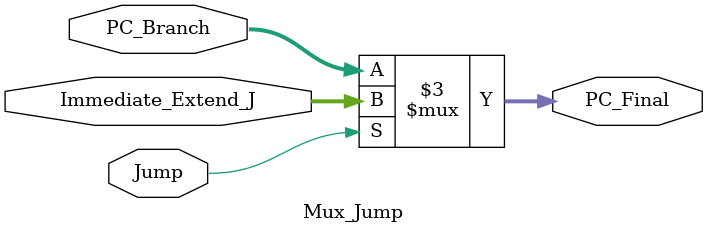
<source format=v>
module Mux_Jump (PC_Branch,Immediate_Extend_J,Jump, PC_Final);

input [31:0] PC_Branch;
input [31:0] Immediate_Extend_J;
input Jump; //Sinal de Controle que indica que uma instrução Jump foi realizada
output reg [31:0] PC_Final;

always @(*) begin

	if(Jump)// pelo esquematico, jump=1 passa o endereço do jump e 0 o endereço com ou sem branch
		begin
			PC_Final = Immediate_Extend_J;
		end
	else
		begin
			PC_Final = PC_Branch;
		end
end

endmodule

</source>
